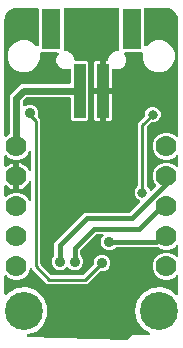
<source format=gbr>
G04 EAGLE Gerber RS-274X export*
G75*
%MOMM*%
%FSLAX34Y34*%
%LPD*%
%INBottom Copper*%
%IPPOS*%
%AMOC8*
5,1,8,0,0,1.08239X$1,22.5*%
G01*
%ADD10C,3.216000*%
%ADD11C,1.778000*%
%ADD12R,1.000000X4.600000*%
%ADD13R,1.600000X3.400000*%
%ADD14C,0.906400*%
%ADD15C,0.800100*%
%ADD16C,0.406400*%
%ADD17C,0.254000*%
%ADD18C,0.609600*%

G36*
X30153Y-125833D02*
X30153Y-125833D01*
X30253Y-125830D01*
X30296Y-125818D01*
X30340Y-125813D01*
X30355Y-125808D01*
X30371Y-125806D01*
X30463Y-125769D01*
X30558Y-125742D01*
X30597Y-125719D01*
X30639Y-125704D01*
X30652Y-125695D01*
X30667Y-125689D01*
X30747Y-125631D01*
X30832Y-125580D01*
X30883Y-125535D01*
X30901Y-125523D01*
X30911Y-125511D01*
X30924Y-125502D01*
X30932Y-125492D01*
X30953Y-125474D01*
X34508Y-121919D01*
X48222Y-121919D01*
X48367Y-121901D01*
X48512Y-121886D01*
X48524Y-121881D01*
X48538Y-121879D01*
X48673Y-121826D01*
X48810Y-121775D01*
X48821Y-121767D01*
X48833Y-121762D01*
X48951Y-121677D01*
X49071Y-121594D01*
X49080Y-121583D01*
X49091Y-121576D01*
X49184Y-121464D01*
X49279Y-121353D01*
X49285Y-121341D01*
X49294Y-121331D01*
X49355Y-121199D01*
X49421Y-121068D01*
X49423Y-121055D01*
X49429Y-121043D01*
X49456Y-120901D01*
X49487Y-120757D01*
X49486Y-120744D01*
X49489Y-120731D01*
X49480Y-120586D01*
X49474Y-120440D01*
X49470Y-120427D01*
X49469Y-120413D01*
X49424Y-120275D01*
X49382Y-120135D01*
X49375Y-120123D01*
X49371Y-120111D01*
X49293Y-119988D01*
X49218Y-119863D01*
X49208Y-119853D01*
X49201Y-119842D01*
X49095Y-119743D01*
X48991Y-119640D01*
X48976Y-119630D01*
X48969Y-119624D01*
X48954Y-119616D01*
X48857Y-119551D01*
X43679Y-116561D01*
X38758Y-109789D01*
X37018Y-101600D01*
X38758Y-93411D01*
X43679Y-86639D01*
X50929Y-82453D01*
X59254Y-81578D01*
X67216Y-84165D01*
X71541Y-88059D01*
X71628Y-88119D01*
X71709Y-88187D01*
X71758Y-88210D01*
X71802Y-88240D01*
X71901Y-88277D01*
X71997Y-88322D01*
X72050Y-88332D01*
X72100Y-88351D01*
X72205Y-88362D01*
X72310Y-88382D01*
X72363Y-88379D01*
X72416Y-88384D01*
X72521Y-88369D01*
X72627Y-88362D01*
X72678Y-88346D01*
X72731Y-88338D01*
X72829Y-88297D01*
X72929Y-88264D01*
X72975Y-88236D01*
X73024Y-88215D01*
X73108Y-88151D01*
X73198Y-88094D01*
X73235Y-88055D01*
X73277Y-88023D01*
X73343Y-87940D01*
X73416Y-87863D01*
X73442Y-87816D01*
X73475Y-87774D01*
X73518Y-87677D01*
X73570Y-87584D01*
X73583Y-87532D01*
X73605Y-87483D01*
X73623Y-87379D01*
X73649Y-87276D01*
X73654Y-87191D01*
X73658Y-87170D01*
X73657Y-87154D01*
X73659Y-87115D01*
X73659Y-72570D01*
X73642Y-72433D01*
X73629Y-72294D01*
X73622Y-72275D01*
X73619Y-72255D01*
X73568Y-72126D01*
X73521Y-71995D01*
X73510Y-71978D01*
X73502Y-71959D01*
X73421Y-71847D01*
X73343Y-71732D01*
X73327Y-71718D01*
X73316Y-71702D01*
X73208Y-71613D01*
X73104Y-71521D01*
X73086Y-71512D01*
X73071Y-71499D01*
X72945Y-71440D01*
X72821Y-71377D01*
X72801Y-71372D01*
X72783Y-71364D01*
X72646Y-71337D01*
X72511Y-71307D01*
X72490Y-71308D01*
X72471Y-71304D01*
X72332Y-71312D01*
X72193Y-71317D01*
X72173Y-71322D01*
X72153Y-71324D01*
X72021Y-71366D01*
X71887Y-71405D01*
X71870Y-71415D01*
X71851Y-71422D01*
X71733Y-71496D01*
X71613Y-71567D01*
X71592Y-71585D01*
X71582Y-71592D01*
X71568Y-71607D01*
X71493Y-71673D01*
X69975Y-73191D01*
X65774Y-74931D01*
X61226Y-74931D01*
X57025Y-73191D01*
X53809Y-69975D01*
X52069Y-65774D01*
X52069Y-61226D01*
X53809Y-57025D01*
X57025Y-53809D01*
X61226Y-52069D01*
X65774Y-52069D01*
X69975Y-53809D01*
X71493Y-55327D01*
X71602Y-55412D01*
X71709Y-55501D01*
X71728Y-55510D01*
X71744Y-55522D01*
X71872Y-55577D01*
X71997Y-55636D01*
X72017Y-55640D01*
X72036Y-55648D01*
X72174Y-55670D01*
X72310Y-55696D01*
X72330Y-55695D01*
X72350Y-55698D01*
X72489Y-55685D01*
X72627Y-55676D01*
X72646Y-55670D01*
X72666Y-55668D01*
X72798Y-55621D01*
X72929Y-55578D01*
X72947Y-55568D01*
X72966Y-55561D01*
X73081Y-55483D01*
X73198Y-55408D01*
X73212Y-55394D01*
X73229Y-55382D01*
X73321Y-55278D01*
X73416Y-55177D01*
X73426Y-55159D01*
X73439Y-55144D01*
X73503Y-55020D01*
X73570Y-54898D01*
X73575Y-54879D01*
X73584Y-54861D01*
X73614Y-54725D01*
X73649Y-54590D01*
X73651Y-54562D01*
X73654Y-54550D01*
X73653Y-54530D01*
X73659Y-54430D01*
X73659Y-47170D01*
X73642Y-47033D01*
X73629Y-46894D01*
X73622Y-46875D01*
X73619Y-46855D01*
X73568Y-46726D01*
X73521Y-46595D01*
X73510Y-46578D01*
X73502Y-46559D01*
X73421Y-46447D01*
X73343Y-46332D01*
X73327Y-46318D01*
X73316Y-46302D01*
X73208Y-46213D01*
X73104Y-46121D01*
X73086Y-46112D01*
X73071Y-46099D01*
X72945Y-46040D01*
X72821Y-45977D01*
X72801Y-45972D01*
X72783Y-45964D01*
X72646Y-45937D01*
X72511Y-45907D01*
X72490Y-45908D01*
X72471Y-45904D01*
X72332Y-45912D01*
X72193Y-45917D01*
X72173Y-45922D01*
X72153Y-45924D01*
X72021Y-45966D01*
X71887Y-46005D01*
X71870Y-46015D01*
X71851Y-46022D01*
X71733Y-46096D01*
X71613Y-46167D01*
X71592Y-46185D01*
X71582Y-46192D01*
X71568Y-46207D01*
X71493Y-46273D01*
X69975Y-47791D01*
X65774Y-49531D01*
X61226Y-49531D01*
X57167Y-47849D01*
X57158Y-47847D01*
X57150Y-47842D01*
X57005Y-47805D01*
X56860Y-47765D01*
X56851Y-47765D01*
X56842Y-47763D01*
X56681Y-47753D01*
X21195Y-47753D01*
X21097Y-47765D01*
X20998Y-47768D01*
X20940Y-47785D01*
X20880Y-47793D01*
X20788Y-47829D01*
X20693Y-47857D01*
X20640Y-47887D01*
X20584Y-47910D01*
X20504Y-47968D01*
X20419Y-48018D01*
X20343Y-48084D01*
X20327Y-48096D01*
X20319Y-48106D01*
X20298Y-48124D01*
X19246Y-49176D01*
X16647Y-50253D01*
X13833Y-50253D01*
X11234Y-49176D01*
X9244Y-47186D01*
X8167Y-44587D01*
X8167Y-41773D01*
X9244Y-39174D01*
X9928Y-38489D01*
X10013Y-38380D01*
X10102Y-38273D01*
X10111Y-38254D01*
X10123Y-38238D01*
X10178Y-38110D01*
X10238Y-37985D01*
X10241Y-37965D01*
X10249Y-37946D01*
X10271Y-37808D01*
X10297Y-37672D01*
X10296Y-37652D01*
X10299Y-37632D01*
X10286Y-37493D01*
X10278Y-37355D01*
X10271Y-37336D01*
X10270Y-37316D01*
X10222Y-37185D01*
X10180Y-37053D01*
X10169Y-37035D01*
X10162Y-37016D01*
X10084Y-36902D01*
X10009Y-36784D01*
X9995Y-36770D01*
X9983Y-36753D01*
X9879Y-36661D01*
X9778Y-36566D01*
X9760Y-36556D01*
X9745Y-36543D01*
X9621Y-36480D01*
X9499Y-36412D01*
X9480Y-36407D01*
X9462Y-36398D01*
X9326Y-36368D01*
X9191Y-36333D01*
X9163Y-36331D01*
X9151Y-36328D01*
X9131Y-36329D01*
X9031Y-36323D01*
X4960Y-36323D01*
X4862Y-36335D01*
X4763Y-36338D01*
X4704Y-36355D01*
X4644Y-36363D01*
X4552Y-36399D01*
X4457Y-36427D01*
X4405Y-36457D01*
X4349Y-36480D01*
X4268Y-36538D01*
X4183Y-36588D01*
X4108Y-36654D01*
X4091Y-36666D01*
X4083Y-36676D01*
X4062Y-36694D01*
X-9026Y-49782D01*
X-9086Y-49861D01*
X-9154Y-49933D01*
X-9183Y-49986D01*
X-9220Y-50034D01*
X-9260Y-50125D01*
X-9308Y-50211D01*
X-9323Y-50270D01*
X-9347Y-50325D01*
X-9362Y-50423D01*
X-9387Y-50519D01*
X-9393Y-50619D01*
X-9397Y-50640D01*
X-9395Y-50652D01*
X-9397Y-50680D01*
X-9397Y-53735D01*
X-9385Y-53833D01*
X-9382Y-53932D01*
X-9365Y-53990D01*
X-9357Y-54050D01*
X-9321Y-54142D01*
X-9293Y-54237D01*
X-9263Y-54290D01*
X-9240Y-54346D01*
X-9182Y-54426D01*
X-9132Y-54511D01*
X-9066Y-54587D01*
X-9054Y-54603D01*
X-9044Y-54611D01*
X-9026Y-54632D01*
X-7974Y-55684D01*
X-6897Y-58283D01*
X-6897Y-61097D01*
X-7974Y-63696D01*
X-9964Y-65686D01*
X-12563Y-66763D01*
X-15377Y-66763D01*
X-17976Y-65686D01*
X-19423Y-64240D01*
X-19517Y-64167D01*
X-19606Y-64088D01*
X-19642Y-64070D01*
X-19674Y-64045D01*
X-19783Y-63998D01*
X-19889Y-63943D01*
X-19928Y-63935D01*
X-19966Y-63919D01*
X-20083Y-63900D01*
X-20199Y-63874D01*
X-20240Y-63875D01*
X-20280Y-63869D01*
X-20398Y-63880D01*
X-20517Y-63883D01*
X-20556Y-63895D01*
X-20596Y-63899D01*
X-20708Y-63939D01*
X-20823Y-63972D01*
X-20858Y-63992D01*
X-20896Y-64006D01*
X-20994Y-64073D01*
X-21097Y-64133D01*
X-21142Y-64173D01*
X-21159Y-64185D01*
X-21172Y-64200D01*
X-21218Y-64240D01*
X-22664Y-65686D01*
X-25263Y-66763D01*
X-28077Y-66763D01*
X-30676Y-65686D01*
X-32666Y-63696D01*
X-33743Y-61097D01*
X-33743Y-58283D01*
X-32666Y-55684D01*
X-31614Y-54632D01*
X-31554Y-54554D01*
X-31486Y-54482D01*
X-31457Y-54429D01*
X-31420Y-54381D01*
X-31380Y-54290D01*
X-31332Y-54203D01*
X-31317Y-54145D01*
X-31293Y-54089D01*
X-31278Y-53991D01*
X-31253Y-53895D01*
X-31247Y-53795D01*
X-31243Y-53775D01*
X-31245Y-53763D01*
X-31243Y-53735D01*
X-31243Y-43826D01*
X-5704Y-18287D01*
X31870Y-18287D01*
X31968Y-18275D01*
X32067Y-18272D01*
X32126Y-18255D01*
X32186Y-18247D01*
X32278Y-18211D01*
X32373Y-18183D01*
X32425Y-18153D01*
X32481Y-18130D01*
X32561Y-18072D01*
X32647Y-18022D01*
X32722Y-17956D01*
X32739Y-17944D01*
X32747Y-17934D01*
X32768Y-17916D01*
X41238Y-9445D01*
X41268Y-9406D01*
X41305Y-9373D01*
X41365Y-9281D01*
X41433Y-9194D01*
X41453Y-9148D01*
X41480Y-9107D01*
X41515Y-9003D01*
X41559Y-8902D01*
X41567Y-8853D01*
X41583Y-8806D01*
X41592Y-8697D01*
X41609Y-8588D01*
X41604Y-8538D01*
X41608Y-8489D01*
X41590Y-8381D01*
X41579Y-8271D01*
X41562Y-8225D01*
X41554Y-8176D01*
X41509Y-8075D01*
X41472Y-7972D01*
X41444Y-7931D01*
X41423Y-7886D01*
X41355Y-7800D01*
X41293Y-7709D01*
X41256Y-7676D01*
X41225Y-7637D01*
X41137Y-7571D01*
X41055Y-7499D01*
X41010Y-7476D01*
X40971Y-7446D01*
X40826Y-7375D01*
X39475Y-6815D01*
X37635Y-4975D01*
X36639Y-2571D01*
X36639Y31D01*
X37635Y2435D01*
X38998Y3798D01*
X39058Y3877D01*
X39126Y3949D01*
X39155Y4002D01*
X39192Y4050D01*
X39232Y4140D01*
X39280Y4227D01*
X39295Y4286D01*
X39319Y4341D01*
X39334Y4439D01*
X39359Y4535D01*
X39365Y4635D01*
X39369Y4655D01*
X39367Y4668D01*
X39369Y4696D01*
X39369Y57458D01*
X45157Y63246D01*
X45218Y63324D01*
X45286Y63397D01*
X45315Y63450D01*
X45352Y63497D01*
X45391Y63588D01*
X45439Y63675D01*
X45454Y63734D01*
X45478Y63789D01*
X45494Y63887D01*
X45519Y63983D01*
X45525Y64083D01*
X45528Y64103D01*
X45527Y64116D01*
X45529Y64144D01*
X45529Y66071D01*
X46525Y68475D01*
X48365Y70315D01*
X50769Y71311D01*
X53371Y71311D01*
X55775Y70315D01*
X57615Y68475D01*
X58611Y66071D01*
X58611Y63469D01*
X57615Y61065D01*
X55775Y59225D01*
X53371Y58229D01*
X51444Y58229D01*
X51346Y58216D01*
X51246Y58213D01*
X51188Y58197D01*
X51128Y58189D01*
X51036Y58152D01*
X50941Y58125D01*
X50889Y58094D01*
X50832Y58072D01*
X50752Y58014D01*
X50667Y57963D01*
X50592Y57897D01*
X50575Y57885D01*
X50567Y57876D01*
X50546Y57857D01*
X47362Y54673D01*
X47302Y54595D01*
X47234Y54523D01*
X47205Y54470D01*
X47168Y54422D01*
X47128Y54331D01*
X47080Y54244D01*
X47065Y54186D01*
X47041Y54130D01*
X47026Y54032D01*
X47001Y53936D01*
X46995Y53836D01*
X46991Y53816D01*
X46993Y53804D01*
X46991Y53776D01*
X46991Y4696D01*
X47003Y4598D01*
X47006Y4499D01*
X47023Y4440D01*
X47031Y4380D01*
X47067Y4288D01*
X47095Y4193D01*
X47125Y4141D01*
X47148Y4085D01*
X47206Y4004D01*
X47256Y3919D01*
X47322Y3844D01*
X47334Y3827D01*
X47344Y3819D01*
X47362Y3798D01*
X48725Y2435D01*
X49285Y1084D01*
X49310Y1041D01*
X49327Y994D01*
X49388Y903D01*
X49443Y808D01*
X49477Y772D01*
X49505Y731D01*
X49588Y658D01*
X49664Y579D01*
X49706Y553D01*
X49744Y520D01*
X49841Y470D01*
X49935Y413D01*
X49983Y398D01*
X50027Y376D01*
X50134Y352D01*
X50239Y319D01*
X50289Y317D01*
X50337Y306D01*
X50447Y309D01*
X50557Y304D01*
X50605Y314D01*
X50655Y316D01*
X50760Y346D01*
X50868Y368D01*
X50913Y390D01*
X50961Y404D01*
X51055Y460D01*
X51154Y508D01*
X51192Y540D01*
X51234Y566D01*
X51355Y672D01*
X54461Y3778D01*
X54534Y3872D01*
X54613Y3961D01*
X54631Y3997D01*
X54656Y4029D01*
X54704Y4139D01*
X54758Y4245D01*
X54767Y4284D01*
X54783Y4321D01*
X54801Y4439D01*
X54827Y4555D01*
X54826Y4595D01*
X54832Y4635D01*
X54821Y4754D01*
X54818Y4873D01*
X54806Y4912D01*
X54803Y4952D01*
X54762Y5064D01*
X54729Y5178D01*
X54709Y5213D01*
X54695Y5251D01*
X54628Y5350D01*
X54568Y5452D01*
X54528Y5498D01*
X54516Y5514D01*
X54501Y5528D01*
X54461Y5573D01*
X53809Y6225D01*
X52069Y10426D01*
X52069Y14974D01*
X53809Y19175D01*
X57025Y22391D01*
X61226Y24131D01*
X65774Y24131D01*
X69975Y22391D01*
X71493Y20873D01*
X71602Y20788D01*
X71709Y20699D01*
X71728Y20690D01*
X71744Y20678D01*
X71872Y20623D01*
X71997Y20564D01*
X72017Y20560D01*
X72036Y20552D01*
X72174Y20530D01*
X72310Y20504D01*
X72330Y20505D01*
X72350Y20502D01*
X72489Y20515D01*
X72627Y20524D01*
X72646Y20530D01*
X72666Y20532D01*
X72798Y20579D01*
X72929Y20622D01*
X72947Y20632D01*
X72966Y20639D01*
X73081Y20717D01*
X73198Y20792D01*
X73212Y20806D01*
X73229Y20818D01*
X73321Y20922D01*
X73416Y21023D01*
X73426Y21041D01*
X73439Y21056D01*
X73503Y21180D01*
X73570Y21302D01*
X73575Y21321D01*
X73584Y21339D01*
X73614Y21475D01*
X73649Y21610D01*
X73651Y21638D01*
X73654Y21650D01*
X73653Y21670D01*
X73659Y21770D01*
X73659Y29030D01*
X73642Y29167D01*
X73641Y29180D01*
X73637Y29240D01*
X73634Y29248D01*
X73629Y29306D01*
X73622Y29325D01*
X73619Y29345D01*
X73568Y29474D01*
X73521Y29605D01*
X73510Y29622D01*
X73502Y29641D01*
X73421Y29753D01*
X73343Y29868D01*
X73327Y29882D01*
X73316Y29898D01*
X73208Y29987D01*
X73104Y30079D01*
X73086Y30088D01*
X73071Y30101D01*
X72945Y30160D01*
X72821Y30223D01*
X72801Y30228D01*
X72783Y30236D01*
X72646Y30263D01*
X72511Y30293D01*
X72490Y30292D01*
X72471Y30296D01*
X72332Y30288D01*
X72193Y30283D01*
X72173Y30278D01*
X72153Y30276D01*
X72021Y30234D01*
X71887Y30195D01*
X71870Y30185D01*
X71851Y30178D01*
X71733Y30104D01*
X71613Y30033D01*
X71592Y30015D01*
X71582Y30008D01*
X71568Y29993D01*
X71493Y29927D01*
X69975Y28409D01*
X65774Y26669D01*
X61226Y26669D01*
X57025Y28409D01*
X53809Y31625D01*
X52069Y35826D01*
X52069Y40374D01*
X53809Y44575D01*
X57025Y47791D01*
X61226Y49531D01*
X65774Y49531D01*
X69975Y47791D01*
X71493Y46273D01*
X71602Y46188D01*
X71709Y46099D01*
X71728Y46090D01*
X71744Y46078D01*
X71872Y46023D01*
X71997Y45964D01*
X72017Y45960D01*
X72036Y45952D01*
X72174Y45930D01*
X72310Y45904D01*
X72330Y45905D01*
X72350Y45902D01*
X72489Y45915D01*
X72627Y45924D01*
X72646Y45930D01*
X72666Y45932D01*
X72798Y45979D01*
X72929Y46022D01*
X72947Y46032D01*
X72966Y46039D01*
X73081Y46117D01*
X73198Y46192D01*
X73212Y46206D01*
X73229Y46218D01*
X73321Y46322D01*
X73416Y46423D01*
X73426Y46441D01*
X73439Y46456D01*
X73503Y46580D01*
X73570Y46702D01*
X73575Y46721D01*
X73584Y46739D01*
X73614Y46875D01*
X73649Y47010D01*
X73651Y47038D01*
X73654Y47050D01*
X73653Y47070D01*
X73659Y47170D01*
X73659Y144780D01*
X73657Y144800D01*
X73653Y144904D01*
X73482Y146639D01*
X73459Y146742D01*
X73444Y146848D01*
X73417Y146928D01*
X73412Y146949D01*
X73405Y146963D01*
X73392Y147000D01*
X72064Y150205D01*
X72060Y150213D01*
X72057Y150222D01*
X71981Y150352D01*
X71907Y150481D01*
X71900Y150488D01*
X71896Y150496D01*
X71789Y150617D01*
X69337Y153069D01*
X69329Y153075D01*
X69323Y153082D01*
X69204Y153172D01*
X69085Y153264D01*
X69077Y153268D01*
X69069Y153273D01*
X68925Y153344D01*
X65720Y154672D01*
X65618Y154700D01*
X65518Y154736D01*
X65434Y154750D01*
X65413Y154756D01*
X65397Y154756D01*
X65359Y154762D01*
X63624Y154933D01*
X63605Y154933D01*
X63500Y154939D01*
X45810Y154939D01*
X45692Y154924D01*
X45573Y154917D01*
X45535Y154904D01*
X45494Y154899D01*
X45384Y154856D01*
X45271Y154819D01*
X45236Y154797D01*
X45199Y154782D01*
X45103Y154713D01*
X45002Y154649D01*
X44974Y154619D01*
X44941Y154596D01*
X44865Y154504D01*
X44784Y154417D01*
X44764Y154382D01*
X44739Y154351D01*
X44688Y154243D01*
X44630Y154139D01*
X44620Y154099D01*
X44603Y154063D01*
X44581Y153946D01*
X44551Y153831D01*
X44547Y153771D01*
X44543Y153751D01*
X44545Y153730D01*
X44541Y153670D01*
X44541Y123904D01*
X44558Y123767D01*
X44571Y123628D01*
X44578Y123609D01*
X44581Y123589D01*
X44632Y123460D01*
X44679Y123329D01*
X44690Y123312D01*
X44698Y123293D01*
X44779Y123181D01*
X44857Y123066D01*
X44873Y123052D01*
X44884Y123036D01*
X44992Y122947D01*
X45096Y122855D01*
X45114Y122846D01*
X45129Y122833D01*
X45255Y122774D01*
X45379Y122711D01*
X45399Y122706D01*
X45417Y122698D01*
X45553Y122671D01*
X45689Y122641D01*
X45710Y122642D01*
X45729Y122638D01*
X45868Y122646D01*
X46007Y122651D01*
X46027Y122656D01*
X46047Y122658D01*
X46179Y122700D01*
X46313Y122739D01*
X46330Y122749D01*
X46349Y122756D01*
X46467Y122830D01*
X46587Y122901D01*
X46608Y122919D01*
X46618Y122926D01*
X46632Y122941D01*
X46707Y123007D01*
X49480Y125779D01*
X54457Y127841D01*
X59843Y127841D01*
X64820Y125779D01*
X68629Y121970D01*
X70691Y116993D01*
X70691Y111607D01*
X68629Y106630D01*
X64820Y102821D01*
X59843Y100759D01*
X54457Y100759D01*
X49480Y102821D01*
X45671Y106630D01*
X43609Y111607D01*
X43609Y116110D01*
X43594Y116228D01*
X43587Y116347D01*
X43574Y116385D01*
X43569Y116426D01*
X43526Y116536D01*
X43489Y116649D01*
X43467Y116684D01*
X43452Y116721D01*
X43383Y116817D01*
X43319Y116918D01*
X43289Y116946D01*
X43266Y116979D01*
X43174Y117055D01*
X43087Y117136D01*
X43052Y117156D01*
X43021Y117181D01*
X42913Y117232D01*
X42809Y117290D01*
X42769Y117300D01*
X42733Y117317D01*
X42616Y117339D01*
X42501Y117369D01*
X42441Y117373D01*
X42421Y117377D01*
X42400Y117375D01*
X42340Y117379D01*
X28999Y117379D01*
X28861Y117362D01*
X28723Y117349D01*
X28704Y117342D01*
X28684Y117339D01*
X28554Y117288D01*
X28423Y117241D01*
X28407Y117230D01*
X28388Y117222D01*
X28276Y117141D01*
X28160Y117063D01*
X28147Y117047D01*
X28131Y117036D01*
X28042Y116929D01*
X27950Y116824D01*
X27941Y116806D01*
X27928Y116791D01*
X27869Y116665D01*
X27805Y116541D01*
X27801Y116521D01*
X27792Y116503D01*
X27766Y116367D01*
X27736Y116231D01*
X27736Y116210D01*
X27732Y116191D01*
X27741Y116052D01*
X27745Y115913D01*
X27751Y115893D01*
X27752Y115873D01*
X27795Y115741D01*
X27834Y115607D01*
X27844Y115590D01*
X27850Y115571D01*
X27925Y115453D01*
X27995Y115333D01*
X28014Y115312D01*
X28020Y115302D01*
X28035Y115288D01*
X28102Y115212D01*
X28393Y114921D01*
X29541Y112150D01*
X29541Y109150D01*
X28393Y106379D01*
X26271Y104257D01*
X23500Y103109D01*
X20500Y103109D01*
X19296Y103608D01*
X19248Y103621D01*
X19203Y103642D01*
X19095Y103663D01*
X18989Y103692D01*
X18939Y103693D01*
X18890Y103702D01*
X18781Y103695D01*
X18671Y103697D01*
X18623Y103686D01*
X18573Y103682D01*
X18469Y103649D01*
X18362Y103623D01*
X18318Y103600D01*
X18271Y103584D01*
X18178Y103526D01*
X18081Y103474D01*
X18044Y103441D01*
X18002Y103414D01*
X17927Y103334D01*
X17845Y103260D01*
X17818Y103219D01*
X17784Y103183D01*
X17731Y103086D01*
X17671Y102995D01*
X17654Y102948D01*
X17630Y102904D01*
X17603Y102798D01*
X17567Y102694D01*
X17563Y102644D01*
X17551Y102596D01*
X17541Y102436D01*
X17541Y87419D01*
X12499Y87419D01*
X12499Y110461D01*
X13190Y110461D01*
X13308Y110476D01*
X13427Y110483D01*
X13465Y110496D01*
X13506Y110501D01*
X13616Y110544D01*
X13729Y110581D01*
X13764Y110603D01*
X13801Y110618D01*
X13897Y110687D01*
X13998Y110751D01*
X14026Y110781D01*
X14059Y110804D01*
X14135Y110896D01*
X14216Y110983D01*
X14236Y111018D01*
X14261Y111049D01*
X14312Y111157D01*
X14370Y111261D01*
X14380Y111301D01*
X14397Y111337D01*
X14419Y111454D01*
X14449Y111569D01*
X14453Y111629D01*
X14457Y111649D01*
X14455Y111670D01*
X14459Y111730D01*
X14459Y112150D01*
X15607Y114921D01*
X17729Y117043D01*
X20500Y118191D01*
X22190Y118191D01*
X22308Y118206D01*
X22427Y118213D01*
X22465Y118226D01*
X22506Y118231D01*
X22616Y118274D01*
X22729Y118311D01*
X22764Y118333D01*
X22801Y118348D01*
X22897Y118417D01*
X22998Y118481D01*
X23026Y118511D01*
X23059Y118534D01*
X23135Y118626D01*
X23216Y118713D01*
X23236Y118748D01*
X23261Y118779D01*
X23312Y118887D01*
X23370Y118991D01*
X23380Y119031D01*
X23397Y119067D01*
X23419Y119184D01*
X23449Y119299D01*
X23453Y119359D01*
X23457Y119379D01*
X23455Y119400D01*
X23459Y119460D01*
X23459Y153670D01*
X23444Y153788D01*
X23437Y153907D01*
X23424Y153945D01*
X23419Y153986D01*
X23376Y154096D01*
X23339Y154209D01*
X23317Y154244D01*
X23302Y154281D01*
X23233Y154377D01*
X23169Y154478D01*
X23139Y154506D01*
X23116Y154539D01*
X23024Y154615D01*
X22937Y154696D01*
X22902Y154716D01*
X22871Y154741D01*
X22763Y154792D01*
X22659Y154850D01*
X22619Y154860D01*
X22583Y154877D01*
X22466Y154899D01*
X22351Y154929D01*
X22291Y154933D01*
X22271Y154937D01*
X22250Y154935D01*
X22190Y154939D01*
X-22190Y154939D01*
X-22308Y154924D01*
X-22427Y154917D01*
X-22465Y154904D01*
X-22506Y154899D01*
X-22616Y154856D01*
X-22729Y154819D01*
X-22764Y154797D01*
X-22801Y154782D01*
X-22897Y154713D01*
X-22998Y154649D01*
X-23026Y154619D01*
X-23059Y154596D01*
X-23135Y154504D01*
X-23216Y154417D01*
X-23236Y154382D01*
X-23261Y154351D01*
X-23312Y154243D01*
X-23370Y154139D01*
X-23380Y154099D01*
X-23397Y154063D01*
X-23419Y153946D01*
X-23449Y153831D01*
X-23453Y153771D01*
X-23457Y153751D01*
X-23455Y153730D01*
X-23459Y153670D01*
X-23459Y119460D01*
X-23444Y119342D01*
X-23437Y119223D01*
X-23424Y119185D01*
X-23419Y119144D01*
X-23376Y119034D01*
X-23339Y118921D01*
X-23317Y118886D01*
X-23302Y118849D01*
X-23233Y118753D01*
X-23169Y118652D01*
X-23139Y118624D01*
X-23116Y118591D01*
X-23024Y118515D01*
X-22937Y118434D01*
X-22902Y118414D01*
X-22871Y118389D01*
X-22763Y118338D01*
X-22659Y118280D01*
X-22619Y118270D01*
X-22583Y118253D01*
X-22466Y118231D01*
X-22351Y118201D01*
X-22291Y118197D01*
X-22271Y118193D01*
X-22250Y118195D01*
X-22190Y118191D01*
X-20500Y118191D01*
X-17729Y117043D01*
X-15607Y114921D01*
X-14459Y112150D01*
X-14459Y111730D01*
X-14444Y111612D01*
X-14437Y111493D01*
X-14424Y111455D01*
X-14419Y111414D01*
X-14376Y111304D01*
X-14339Y111191D01*
X-14317Y111156D01*
X-14302Y111119D01*
X-14232Y111022D01*
X-14169Y110922D01*
X-14139Y110894D01*
X-14116Y110861D01*
X-14024Y110785D01*
X-13937Y110704D01*
X-13902Y110684D01*
X-13871Y110659D01*
X-13763Y110608D01*
X-13659Y110550D01*
X-13619Y110540D01*
X-13583Y110523D01*
X-13466Y110501D01*
X-13351Y110471D01*
X-13291Y110467D01*
X-13271Y110463D01*
X-13250Y110465D01*
X-13190Y110461D01*
X-3948Y110461D01*
X-2459Y108972D01*
X-2459Y60868D01*
X-3948Y59379D01*
X-16052Y59379D01*
X-17541Y60868D01*
X-17541Y78062D01*
X-17556Y78180D01*
X-17563Y78299D01*
X-17576Y78337D01*
X-17581Y78378D01*
X-17624Y78488D01*
X-17661Y78601D01*
X-17683Y78636D01*
X-17698Y78673D01*
X-17767Y78769D01*
X-17831Y78870D01*
X-17861Y78898D01*
X-17884Y78931D01*
X-17976Y79007D01*
X-18063Y79088D01*
X-18098Y79108D01*
X-18129Y79133D01*
X-18237Y79184D01*
X-18341Y79242D01*
X-18381Y79252D01*
X-18417Y79269D01*
X-18534Y79291D01*
X-18649Y79321D01*
X-18709Y79325D01*
X-18729Y79329D01*
X-18750Y79327D01*
X-18810Y79331D01*
X-54479Y79331D01*
X-54578Y79319D01*
X-54677Y79316D01*
X-54735Y79299D01*
X-54795Y79291D01*
X-54887Y79255D01*
X-54982Y79227D01*
X-55034Y79197D01*
X-55091Y79174D01*
X-55171Y79116D01*
X-55256Y79066D01*
X-55331Y79000D01*
X-55348Y78988D01*
X-55356Y78978D01*
X-55377Y78960D01*
X-57540Y76797D01*
X-57600Y76719D01*
X-57668Y76646D01*
X-57697Y76593D01*
X-57734Y76546D01*
X-57774Y76455D01*
X-57822Y76368D01*
X-57837Y76309D01*
X-57861Y76254D01*
X-57876Y76156D01*
X-57901Y76060D01*
X-57907Y75960D01*
X-57911Y75940D01*
X-57909Y75927D01*
X-57911Y75899D01*
X-57911Y73175D01*
X-57905Y73126D01*
X-57907Y73077D01*
X-57885Y72969D01*
X-57871Y72860D01*
X-57853Y72814D01*
X-57843Y72765D01*
X-57795Y72667D01*
X-57754Y72564D01*
X-57725Y72524D01*
X-57703Y72479D01*
X-57632Y72396D01*
X-57568Y72307D01*
X-57529Y72275D01*
X-57497Y72237D01*
X-57407Y72174D01*
X-57323Y72104D01*
X-57278Y72083D01*
X-57237Y72054D01*
X-57134Y72015D01*
X-57035Y71969D01*
X-56986Y71959D01*
X-56940Y71942D01*
X-56830Y71929D01*
X-56723Y71909D01*
X-56673Y71912D01*
X-56624Y71906D01*
X-56515Y71922D01*
X-56405Y71929D01*
X-56358Y71944D01*
X-56309Y71951D01*
X-56156Y72003D01*
X-53477Y73113D01*
X-50663Y73113D01*
X-48064Y72036D01*
X-46074Y70046D01*
X-44997Y67447D01*
X-44997Y64633D01*
X-45126Y64323D01*
X-45134Y64294D01*
X-45147Y64268D01*
X-45175Y64142D01*
X-45210Y64016D01*
X-45210Y63987D01*
X-45217Y63958D01*
X-45213Y63828D01*
X-45215Y63698D01*
X-45208Y63670D01*
X-45207Y63640D01*
X-45171Y63515D01*
X-45141Y63389D01*
X-45127Y63363D01*
X-45119Y63335D01*
X-45053Y63223D01*
X-44992Y63108D01*
X-44972Y63086D01*
X-44957Y63061D01*
X-44851Y62940D01*
X-43179Y61268D01*
X-43179Y-61396D01*
X-43167Y-61494D01*
X-43164Y-61593D01*
X-43147Y-61651D01*
X-43139Y-61711D01*
X-43103Y-61803D01*
X-43075Y-61899D01*
X-43045Y-61951D01*
X-43022Y-62007D01*
X-42964Y-62087D01*
X-42914Y-62172D01*
X-42848Y-62248D01*
X-42836Y-62264D01*
X-42826Y-62272D01*
X-42808Y-62293D01*
X-34353Y-70748D01*
X-34275Y-70808D01*
X-34203Y-70876D01*
X-34150Y-70905D01*
X-34102Y-70942D01*
X-34011Y-70982D01*
X-33924Y-71030D01*
X-33866Y-71045D01*
X-33810Y-71069D01*
X-33712Y-71084D01*
X-33617Y-71109D01*
X-33516Y-71115D01*
X-33496Y-71119D01*
X-33484Y-71117D01*
X-33456Y-71119D01*
X-7184Y-71119D01*
X-7086Y-71107D01*
X-6987Y-71104D01*
X-6929Y-71087D01*
X-6869Y-71079D01*
X-6777Y-71043D01*
X-6681Y-71015D01*
X-6629Y-70985D01*
X-6573Y-70962D01*
X-6493Y-70904D01*
X-6408Y-70854D01*
X-6332Y-70788D01*
X-6316Y-70776D01*
X-6308Y-70766D01*
X-6287Y-70748D01*
X1446Y-63015D01*
X1506Y-62937D01*
X1574Y-62865D01*
X1603Y-62812D01*
X1640Y-62764D01*
X1680Y-62673D01*
X1728Y-62586D01*
X1743Y-62528D01*
X1767Y-62472D01*
X1782Y-62374D01*
X1807Y-62278D01*
X1813Y-62178D01*
X1817Y-62158D01*
X1815Y-62146D01*
X1817Y-62118D01*
X1817Y-59553D01*
X2894Y-56954D01*
X4884Y-54964D01*
X7483Y-53887D01*
X10297Y-53887D01*
X12896Y-54964D01*
X14886Y-56954D01*
X15963Y-59553D01*
X15963Y-62367D01*
X14886Y-64966D01*
X12896Y-66956D01*
X10297Y-68033D01*
X7732Y-68033D01*
X7634Y-68045D01*
X7535Y-68048D01*
X7477Y-68065D01*
X7417Y-68073D01*
X7325Y-68109D01*
X7229Y-68137D01*
X7177Y-68167D01*
X7121Y-68190D01*
X7041Y-68248D01*
X6956Y-68298D01*
X6880Y-68364D01*
X6864Y-68376D01*
X6856Y-68386D01*
X6835Y-68404D01*
X-898Y-76137D01*
X-3502Y-78741D01*
X-37138Y-78741D01*
X-39742Y-76137D01*
X-48197Y-67682D01*
X-50151Y-65728D01*
X-50190Y-65698D01*
X-50224Y-65661D01*
X-50315Y-65601D01*
X-50402Y-65533D01*
X-50448Y-65514D01*
X-50489Y-65486D01*
X-50593Y-65451D01*
X-50694Y-65407D01*
X-50743Y-65399D01*
X-50790Y-65383D01*
X-50900Y-65374D01*
X-51008Y-65357D01*
X-51058Y-65362D01*
X-51107Y-65358D01*
X-51215Y-65377D01*
X-51325Y-65387D01*
X-51372Y-65404D01*
X-51420Y-65412D01*
X-51521Y-65457D01*
X-51624Y-65495D01*
X-51665Y-65522D01*
X-51710Y-65543D01*
X-51796Y-65611D01*
X-51887Y-65673D01*
X-51920Y-65710D01*
X-51959Y-65741D01*
X-52025Y-65829D01*
X-52098Y-65912D01*
X-52120Y-65956D01*
X-52150Y-65996D01*
X-52221Y-66140D01*
X-53809Y-69975D01*
X-57025Y-73191D01*
X-61226Y-74931D01*
X-65774Y-74931D01*
X-69975Y-73191D01*
X-71493Y-71673D01*
X-71602Y-71588D01*
X-71709Y-71499D01*
X-71728Y-71490D01*
X-71744Y-71478D01*
X-71872Y-71423D01*
X-71997Y-71364D01*
X-72017Y-71360D01*
X-72036Y-71352D01*
X-72174Y-71330D01*
X-72310Y-71304D01*
X-72330Y-71305D01*
X-72350Y-71302D01*
X-72489Y-71315D01*
X-72627Y-71324D01*
X-72646Y-71330D01*
X-72666Y-71332D01*
X-72798Y-71379D01*
X-72929Y-71422D01*
X-72947Y-71432D01*
X-72966Y-71439D01*
X-73081Y-71517D01*
X-73198Y-71592D01*
X-73212Y-71606D01*
X-73229Y-71618D01*
X-73321Y-71722D01*
X-73416Y-71823D01*
X-73426Y-71841D01*
X-73439Y-71856D01*
X-73503Y-71980D01*
X-73570Y-72102D01*
X-73575Y-72121D01*
X-73584Y-72139D01*
X-73614Y-72275D01*
X-73649Y-72410D01*
X-73651Y-72438D01*
X-73654Y-72450D01*
X-73653Y-72470D01*
X-73659Y-72570D01*
X-73659Y-86914D01*
X-73649Y-86993D01*
X-73649Y-87073D01*
X-73629Y-87150D01*
X-73619Y-87230D01*
X-73590Y-87304D01*
X-73570Y-87381D01*
X-73532Y-87451D01*
X-73502Y-87525D01*
X-73456Y-87590D01*
X-73417Y-87660D01*
X-73363Y-87718D01*
X-73316Y-87783D01*
X-73254Y-87833D01*
X-73200Y-87891D01*
X-73132Y-87934D01*
X-73071Y-87985D01*
X-72999Y-88019D01*
X-72931Y-88062D01*
X-72855Y-88087D01*
X-72783Y-88121D01*
X-72705Y-88136D01*
X-72629Y-88161D01*
X-72549Y-88166D01*
X-72471Y-88181D01*
X-72391Y-88176D01*
X-72312Y-88181D01*
X-72233Y-88166D01*
X-72153Y-88161D01*
X-72077Y-88136D01*
X-71999Y-88122D01*
X-71927Y-88088D01*
X-71851Y-88063D01*
X-71783Y-88020D01*
X-71711Y-87986D01*
X-71649Y-87936D01*
X-71582Y-87893D01*
X-71527Y-87835D01*
X-71466Y-87784D01*
X-71365Y-87662D01*
X-71364Y-87661D01*
X-71363Y-87660D01*
X-70621Y-86639D01*
X-63371Y-82453D01*
X-55046Y-81578D01*
X-47084Y-84165D01*
X-40863Y-89766D01*
X-37458Y-97414D01*
X-37458Y-105786D01*
X-40863Y-113434D01*
X-47084Y-119035D01*
X-53987Y-121278D01*
X-54080Y-121322D01*
X-54178Y-121358D01*
X-54224Y-121390D01*
X-54274Y-121413D01*
X-54354Y-121479D01*
X-54440Y-121538D01*
X-54476Y-121580D01*
X-54520Y-121616D01*
X-54580Y-121700D01*
X-54648Y-121778D01*
X-54674Y-121828D01*
X-54707Y-121873D01*
X-54745Y-121970D01*
X-54791Y-122062D01*
X-54803Y-122117D01*
X-54824Y-122169D01*
X-54837Y-122272D01*
X-54859Y-122373D01*
X-54857Y-122429D01*
X-54864Y-122484D01*
X-54851Y-122587D01*
X-54847Y-122691D01*
X-54831Y-122745D01*
X-54824Y-122800D01*
X-54786Y-122896D01*
X-54756Y-122996D01*
X-54728Y-123044D01*
X-54707Y-123096D01*
X-54646Y-123180D01*
X-54593Y-123269D01*
X-54553Y-123308D01*
X-54520Y-123353D01*
X-54441Y-123419D01*
X-54367Y-123492D01*
X-54319Y-123520D01*
X-54276Y-123556D01*
X-54182Y-123600D01*
X-54092Y-123653D01*
X-54039Y-123668D01*
X-53988Y-123692D01*
X-53886Y-123711D01*
X-53787Y-123740D01*
X-53697Y-123748D01*
X-53676Y-123752D01*
X-53661Y-123751D01*
X-53626Y-123754D01*
X30024Y-125845D01*
X30033Y-125844D01*
X30054Y-125846D01*
X30056Y-125846D01*
X30153Y-125833D01*
G37*
G36*
X-72332Y45912D02*
X-72332Y45912D01*
X-72193Y45917D01*
X-72173Y45922D01*
X-72153Y45924D01*
X-72021Y45966D01*
X-71887Y46005D01*
X-71870Y46015D01*
X-71851Y46022D01*
X-71733Y46096D01*
X-71613Y46167D01*
X-71592Y46185D01*
X-71582Y46192D01*
X-71568Y46207D01*
X-71493Y46273D01*
X-69975Y47790D01*
X-69872Y47833D01*
X-69847Y47848D01*
X-69819Y47857D01*
X-69709Y47926D01*
X-69596Y47991D01*
X-69575Y48011D01*
X-69550Y48027D01*
X-69461Y48122D01*
X-69368Y48212D01*
X-69352Y48237D01*
X-69332Y48259D01*
X-69269Y48372D01*
X-69201Y48483D01*
X-69193Y48511D01*
X-69178Y48537D01*
X-69146Y48663D01*
X-69108Y48787D01*
X-69106Y48816D01*
X-69099Y48845D01*
X-69089Y49006D01*
X-69089Y79852D01*
X-68238Y81906D01*
X-60486Y89658D01*
X-58432Y90509D01*
X-18810Y90509D01*
X-18692Y90524D01*
X-18573Y90531D01*
X-18535Y90544D01*
X-18494Y90549D01*
X-18384Y90592D01*
X-18271Y90629D01*
X-18236Y90651D01*
X-18199Y90666D01*
X-18103Y90735D01*
X-18002Y90799D01*
X-17974Y90829D01*
X-17941Y90852D01*
X-17865Y90944D01*
X-17784Y91031D01*
X-17764Y91066D01*
X-17739Y91097D01*
X-17688Y91205D01*
X-17630Y91309D01*
X-17620Y91349D01*
X-17603Y91385D01*
X-17581Y91502D01*
X-17551Y91617D01*
X-17547Y91677D01*
X-17543Y91697D01*
X-17545Y91718D01*
X-17541Y91778D01*
X-17541Y102436D01*
X-17547Y102485D01*
X-17545Y102534D01*
X-17567Y102642D01*
X-17581Y102751D01*
X-17599Y102797D01*
X-17609Y102846D01*
X-17657Y102945D01*
X-17698Y103047D01*
X-17727Y103087D01*
X-17749Y103132D01*
X-17820Y103215D01*
X-17884Y103304D01*
X-17923Y103336D01*
X-17955Y103374D01*
X-18045Y103437D01*
X-18129Y103507D01*
X-18174Y103528D01*
X-18215Y103557D01*
X-18318Y103596D01*
X-18417Y103642D01*
X-18466Y103652D01*
X-18512Y103669D01*
X-18622Y103682D01*
X-18729Y103702D01*
X-18779Y103699D01*
X-18828Y103705D01*
X-18937Y103689D01*
X-19047Y103682D01*
X-19094Y103667D01*
X-19143Y103660D01*
X-19296Y103608D01*
X-20500Y103109D01*
X-23500Y103109D01*
X-26271Y104257D01*
X-28393Y106379D01*
X-29541Y109150D01*
X-29541Y112150D01*
X-28393Y114921D01*
X-28102Y115212D01*
X-28017Y115322D01*
X-27928Y115429D01*
X-27919Y115448D01*
X-27907Y115464D01*
X-27851Y115592D01*
X-27792Y115717D01*
X-27788Y115737D01*
X-27780Y115756D01*
X-27758Y115894D01*
X-27732Y116030D01*
X-27734Y116050D01*
X-27731Y116070D01*
X-27744Y116209D01*
X-27752Y116347D01*
X-27758Y116366D01*
X-27760Y116386D01*
X-27807Y116517D01*
X-27850Y116649D01*
X-27861Y116667D01*
X-27868Y116686D01*
X-27946Y116800D01*
X-28020Y116918D01*
X-28035Y116932D01*
X-28047Y116949D01*
X-28150Y117041D01*
X-28252Y117136D01*
X-28270Y117146D01*
X-28285Y117159D01*
X-28409Y117223D01*
X-28531Y117290D01*
X-28550Y117295D01*
X-28568Y117304D01*
X-28704Y117334D01*
X-28838Y117369D01*
X-28866Y117371D01*
X-28878Y117374D01*
X-28899Y117373D01*
X-28999Y117379D01*
X-42340Y117379D01*
X-42458Y117364D01*
X-42577Y117357D01*
X-42615Y117344D01*
X-42656Y117339D01*
X-42766Y117296D01*
X-42879Y117259D01*
X-42914Y117237D01*
X-42951Y117222D01*
X-43047Y117153D01*
X-43148Y117089D01*
X-43176Y117059D01*
X-43209Y117036D01*
X-43285Y116944D01*
X-43366Y116857D01*
X-43386Y116822D01*
X-43411Y116791D01*
X-43462Y116683D01*
X-43520Y116579D01*
X-43530Y116539D01*
X-43547Y116503D01*
X-43569Y116386D01*
X-43599Y116271D01*
X-43603Y116211D01*
X-43607Y116191D01*
X-43605Y116170D01*
X-43609Y116110D01*
X-43609Y111607D01*
X-45671Y106630D01*
X-49480Y102821D01*
X-54457Y100759D01*
X-59843Y100759D01*
X-64820Y102821D01*
X-68629Y106630D01*
X-70691Y111607D01*
X-70691Y116993D01*
X-68629Y121970D01*
X-64820Y125779D01*
X-59843Y127841D01*
X-54457Y127841D01*
X-49480Y125779D01*
X-46707Y123007D01*
X-46598Y122922D01*
X-46491Y122833D01*
X-46472Y122824D01*
X-46456Y122812D01*
X-46328Y122757D01*
X-46203Y122698D01*
X-46183Y122694D01*
X-46164Y122686D01*
X-46026Y122664D01*
X-45890Y122638D01*
X-45870Y122639D01*
X-45850Y122636D01*
X-45711Y122649D01*
X-45573Y122658D01*
X-45554Y122664D01*
X-45534Y122666D01*
X-45402Y122713D01*
X-45271Y122756D01*
X-45253Y122766D01*
X-45234Y122773D01*
X-45119Y122851D01*
X-45002Y122926D01*
X-44988Y122940D01*
X-44971Y122952D01*
X-44879Y123056D01*
X-44784Y123157D01*
X-44774Y123175D01*
X-44761Y123190D01*
X-44697Y123314D01*
X-44630Y123436D01*
X-44625Y123455D01*
X-44616Y123473D01*
X-44586Y123609D01*
X-44551Y123744D01*
X-44549Y123772D01*
X-44546Y123784D01*
X-44547Y123804D01*
X-44541Y123904D01*
X-44541Y153670D01*
X-44556Y153788D01*
X-44563Y153907D01*
X-44576Y153945D01*
X-44581Y153986D01*
X-44624Y154096D01*
X-44661Y154209D01*
X-44683Y154244D01*
X-44698Y154281D01*
X-44767Y154377D01*
X-44831Y154478D01*
X-44861Y154506D01*
X-44884Y154539D01*
X-44976Y154615D01*
X-45063Y154696D01*
X-45098Y154716D01*
X-45129Y154741D01*
X-45237Y154792D01*
X-45341Y154850D01*
X-45381Y154860D01*
X-45417Y154877D01*
X-45534Y154899D01*
X-45649Y154929D01*
X-45709Y154933D01*
X-45729Y154937D01*
X-45750Y154935D01*
X-45810Y154939D01*
X-63500Y154939D01*
X-63520Y154937D01*
X-63624Y154933D01*
X-65359Y154762D01*
X-65462Y154739D01*
X-65568Y154724D01*
X-65648Y154697D01*
X-65669Y154692D01*
X-65683Y154685D01*
X-65720Y154672D01*
X-68925Y153344D01*
X-68933Y153340D01*
X-68942Y153337D01*
X-69072Y153261D01*
X-69201Y153187D01*
X-69208Y153180D01*
X-69216Y153176D01*
X-69337Y153069D01*
X-71789Y150617D01*
X-71795Y150609D01*
X-71802Y150603D01*
X-71892Y150484D01*
X-71984Y150365D01*
X-71988Y150357D01*
X-71993Y150349D01*
X-72064Y150205D01*
X-73392Y147000D01*
X-73420Y146898D01*
X-73456Y146798D01*
X-73470Y146714D01*
X-73476Y146693D01*
X-73476Y146677D01*
X-73482Y146639D01*
X-73653Y144904D01*
X-73653Y144885D01*
X-73659Y144780D01*
X-73659Y47170D01*
X-73642Y47033D01*
X-73629Y46894D01*
X-73622Y46875D01*
X-73619Y46855D01*
X-73568Y46726D01*
X-73521Y46595D01*
X-73510Y46578D01*
X-73502Y46559D01*
X-73421Y46447D01*
X-73343Y46332D01*
X-73327Y46318D01*
X-73316Y46302D01*
X-73208Y46213D01*
X-73104Y46121D01*
X-73086Y46112D01*
X-73071Y46099D01*
X-72945Y46040D01*
X-72821Y45977D01*
X-72801Y45972D01*
X-72783Y45964D01*
X-72646Y45937D01*
X-72511Y45907D01*
X-72490Y45908D01*
X-72471Y45904D01*
X-72332Y45912D01*
G37*
G36*
X-62112Y12716D02*
X-62112Y12716D01*
X-61993Y12723D01*
X-61955Y12736D01*
X-61914Y12741D01*
X-61804Y12785D01*
X-61691Y12821D01*
X-61656Y12843D01*
X-61619Y12858D01*
X-61523Y12928D01*
X-61422Y12991D01*
X-61394Y13021D01*
X-61361Y13045D01*
X-61286Y13136D01*
X-61204Y13223D01*
X-61184Y13258D01*
X-61159Y13290D01*
X-61108Y13397D01*
X-61050Y13502D01*
X-61040Y13541D01*
X-61023Y13577D01*
X-61001Y13694D01*
X-60971Y13809D01*
X-60967Y13870D01*
X-60963Y13890D01*
X-60965Y13910D01*
X-60961Y13970D01*
X-60961Y23871D01*
X-60823Y23849D01*
X-59112Y23293D01*
X-57509Y22477D01*
X-56053Y21419D01*
X-54781Y20147D01*
X-53723Y18691D01*
X-53201Y17665D01*
X-53190Y17649D01*
X-53182Y17630D01*
X-53101Y17518D01*
X-53022Y17402D01*
X-53007Y17389D01*
X-52996Y17373D01*
X-52888Y17284D01*
X-52784Y17192D01*
X-52766Y17183D01*
X-52751Y17170D01*
X-52624Y17111D01*
X-52500Y17047D01*
X-52481Y17043D01*
X-52463Y17035D01*
X-52326Y17008D01*
X-52190Y16978D01*
X-52170Y16979D01*
X-52150Y16975D01*
X-52011Y16983D01*
X-51872Y16988D01*
X-51853Y16993D01*
X-51833Y16995D01*
X-51701Y17037D01*
X-51567Y17076D01*
X-51549Y17086D01*
X-51531Y17093D01*
X-51413Y17167D01*
X-51293Y17238D01*
X-51279Y17252D01*
X-51262Y17263D01*
X-51166Y17364D01*
X-51068Y17463D01*
X-51058Y17480D01*
X-51044Y17494D01*
X-50977Y17616D01*
X-50906Y17736D01*
X-50900Y17755D01*
X-50890Y17773D01*
X-50856Y17907D01*
X-50817Y18042D01*
X-50816Y18061D01*
X-50811Y18081D01*
X-50801Y18241D01*
X-50801Y32508D01*
X-50809Y32577D01*
X-50808Y32647D01*
X-50829Y32734D01*
X-50841Y32823D01*
X-50866Y32888D01*
X-50883Y32956D01*
X-50925Y33036D01*
X-50958Y33119D01*
X-50999Y33176D01*
X-51031Y33237D01*
X-51092Y33304D01*
X-51144Y33376D01*
X-51198Y33421D01*
X-51245Y33473D01*
X-51320Y33522D01*
X-51389Y33579D01*
X-51453Y33609D01*
X-51511Y33647D01*
X-51596Y33677D01*
X-51677Y33715D01*
X-51746Y33728D01*
X-51812Y33751D01*
X-51901Y33758D01*
X-51989Y33775D01*
X-52059Y33770D01*
X-52129Y33776D01*
X-52217Y33760D01*
X-52307Y33755D01*
X-52373Y33733D01*
X-52442Y33721D01*
X-52524Y33684D01*
X-52609Y33657D01*
X-52668Y33620D01*
X-52732Y33591D01*
X-52802Y33535D01*
X-52878Y33487D01*
X-52926Y33436D01*
X-52980Y33392D01*
X-53035Y33320D01*
X-53096Y33255D01*
X-53130Y33194D01*
X-53172Y33138D01*
X-53243Y32994D01*
X-53810Y31625D01*
X-57025Y28409D01*
X-61226Y26669D01*
X-65774Y26669D01*
X-69975Y28409D01*
X-71493Y29927D01*
X-71581Y29995D01*
X-71616Y30029D01*
X-71635Y30039D01*
X-71709Y30101D01*
X-71728Y30110D01*
X-71744Y30122D01*
X-71872Y30177D01*
X-71997Y30236D01*
X-72017Y30240D01*
X-72036Y30248D01*
X-72174Y30270D01*
X-72310Y30296D01*
X-72330Y30295D01*
X-72350Y30298D01*
X-72489Y30285D01*
X-72627Y30276D01*
X-72646Y30270D01*
X-72666Y30268D01*
X-72798Y30221D01*
X-72929Y30178D01*
X-72947Y30168D01*
X-72966Y30161D01*
X-73081Y30083D01*
X-73198Y30008D01*
X-73212Y29994D01*
X-73229Y29982D01*
X-73321Y29878D01*
X-73416Y29777D01*
X-73426Y29759D01*
X-73439Y29744D01*
X-73503Y29620D01*
X-73570Y29498D01*
X-73575Y29479D01*
X-73584Y29461D01*
X-73614Y29325D01*
X-73649Y29190D01*
X-73651Y29162D01*
X-73654Y29150D01*
X-73653Y29130D01*
X-73655Y29090D01*
X-73657Y29083D01*
X-73656Y29077D01*
X-73659Y29030D01*
X-73659Y21770D01*
X-73642Y21632D01*
X-73629Y21494D01*
X-73622Y21475D01*
X-73619Y21455D01*
X-73568Y21325D01*
X-73521Y21195D01*
X-73510Y21178D01*
X-73502Y21159D01*
X-73421Y21047D01*
X-73343Y20932D01*
X-73327Y20918D01*
X-73316Y20902D01*
X-73208Y20813D01*
X-73104Y20721D01*
X-73086Y20712D01*
X-73071Y20699D01*
X-72945Y20640D01*
X-72821Y20577D01*
X-72801Y20572D01*
X-72783Y20564D01*
X-72647Y20538D01*
X-72511Y20507D01*
X-72490Y20508D01*
X-72471Y20504D01*
X-72332Y20512D01*
X-72193Y20517D01*
X-72173Y20522D01*
X-72153Y20524D01*
X-72021Y20566D01*
X-71887Y20605D01*
X-71870Y20615D01*
X-71851Y20622D01*
X-71733Y20696D01*
X-71613Y20767D01*
X-71592Y20785D01*
X-71582Y20792D01*
X-71568Y20807D01*
X-71492Y20873D01*
X-70947Y21419D01*
X-69491Y22477D01*
X-67888Y23293D01*
X-66177Y23849D01*
X-66039Y23871D01*
X-66039Y13970D01*
X-66024Y13852D01*
X-66017Y13733D01*
X-66004Y13695D01*
X-65999Y13655D01*
X-65956Y13544D01*
X-65919Y13431D01*
X-65897Y13397D01*
X-65882Y13359D01*
X-65812Y13263D01*
X-65749Y13162D01*
X-65719Y13134D01*
X-65695Y13102D01*
X-65604Y13026D01*
X-65517Y12944D01*
X-65482Y12925D01*
X-65451Y12899D01*
X-65343Y12848D01*
X-65239Y12791D01*
X-65199Y12780D01*
X-65163Y12763D01*
X-65046Y12741D01*
X-64931Y12711D01*
X-64870Y12707D01*
X-64850Y12703D01*
X-64830Y12705D01*
X-64770Y12701D01*
X-62230Y12701D01*
X-62112Y12716D01*
G37*
G36*
X-52061Y-8369D02*
X-52061Y-8369D01*
X-51971Y-8373D01*
X-51903Y-8359D01*
X-51833Y-8355D01*
X-51748Y-8327D01*
X-51660Y-8309D01*
X-51597Y-8278D01*
X-51531Y-8257D01*
X-51455Y-8209D01*
X-51374Y-8169D01*
X-51321Y-8124D01*
X-51262Y-8087D01*
X-51200Y-8021D01*
X-51132Y-7963D01*
X-51092Y-7906D01*
X-51044Y-7855D01*
X-51001Y-7776D01*
X-50949Y-7703D01*
X-50924Y-7638D01*
X-50890Y-7577D01*
X-50868Y-7490D01*
X-50836Y-7406D01*
X-50828Y-7336D01*
X-50811Y-7269D01*
X-50801Y-7108D01*
X-50801Y7159D01*
X-50803Y7178D01*
X-50801Y7198D01*
X-50823Y7336D01*
X-50841Y7474D01*
X-50848Y7493D01*
X-50851Y7512D01*
X-50906Y7640D01*
X-50958Y7770D01*
X-50969Y7786D01*
X-50977Y7804D01*
X-51062Y7914D01*
X-51144Y8027D01*
X-51160Y8040D01*
X-51172Y8056D01*
X-51282Y8141D01*
X-51389Y8230D01*
X-51408Y8238D01*
X-51423Y8251D01*
X-51551Y8306D01*
X-51677Y8365D01*
X-51697Y8369D01*
X-51715Y8377D01*
X-51853Y8399D01*
X-51989Y8425D01*
X-52009Y8424D01*
X-52029Y8427D01*
X-52168Y8414D01*
X-52307Y8406D01*
X-52326Y8399D01*
X-52346Y8398D01*
X-52477Y8350D01*
X-52609Y8307D01*
X-52626Y8297D01*
X-52645Y8290D01*
X-52760Y8212D01*
X-52878Y8137D01*
X-52892Y8123D01*
X-52908Y8112D01*
X-53000Y8007D01*
X-53096Y7906D01*
X-53106Y7888D01*
X-53119Y7873D01*
X-53201Y7735D01*
X-53724Y6709D01*
X-54781Y5253D01*
X-56053Y3981D01*
X-57509Y2923D01*
X-59112Y2107D01*
X-60823Y1551D01*
X-60961Y1529D01*
X-60961Y11430D01*
X-60976Y11548D01*
X-60983Y11667D01*
X-60996Y11705D01*
X-61001Y11745D01*
X-61044Y11856D01*
X-61081Y11969D01*
X-61103Y12003D01*
X-61118Y12041D01*
X-61188Y12137D01*
X-61251Y12238D01*
X-61281Y12266D01*
X-61304Y12298D01*
X-61396Y12374D01*
X-61483Y12456D01*
X-61518Y12475D01*
X-61549Y12501D01*
X-61657Y12552D01*
X-61761Y12609D01*
X-61801Y12620D01*
X-61837Y12637D01*
X-61954Y12659D01*
X-62069Y12689D01*
X-62130Y12693D01*
X-62150Y12697D01*
X-62170Y12695D01*
X-62230Y12699D01*
X-64770Y12699D01*
X-64888Y12684D01*
X-65007Y12677D01*
X-65045Y12664D01*
X-65085Y12659D01*
X-65196Y12615D01*
X-65309Y12579D01*
X-65344Y12557D01*
X-65381Y12542D01*
X-65477Y12472D01*
X-65578Y12409D01*
X-65606Y12379D01*
X-65639Y12355D01*
X-65714Y12264D01*
X-65796Y12177D01*
X-65816Y12142D01*
X-65841Y12110D01*
X-65892Y12003D01*
X-65950Y11898D01*
X-65960Y11859D01*
X-65977Y11823D01*
X-65999Y11706D01*
X-66029Y11591D01*
X-66033Y11530D01*
X-66037Y11510D01*
X-66035Y11490D01*
X-66039Y11430D01*
X-66039Y1529D01*
X-66177Y1551D01*
X-67888Y2107D01*
X-69491Y2923D01*
X-70947Y3981D01*
X-71492Y4527D01*
X-71575Y4591D01*
X-71631Y4644D01*
X-71659Y4659D01*
X-71709Y4701D01*
X-71728Y4710D01*
X-71744Y4722D01*
X-71872Y4777D01*
X-71882Y4782D01*
X-71910Y4797D01*
X-71920Y4800D01*
X-71997Y4836D01*
X-72017Y4840D01*
X-72036Y4848D01*
X-72174Y4870D01*
X-72310Y4896D01*
X-72330Y4895D01*
X-72350Y4898D01*
X-72489Y4885D01*
X-72627Y4876D01*
X-72646Y4870D01*
X-72666Y4868D01*
X-72797Y4821D01*
X-72929Y4778D01*
X-72947Y4768D01*
X-72966Y4761D01*
X-73080Y4683D01*
X-73198Y4608D01*
X-73212Y4594D01*
X-73229Y4582D01*
X-73321Y4478D01*
X-73416Y4377D01*
X-73426Y4359D01*
X-73439Y4344D01*
X-73502Y4220D01*
X-73570Y4098D01*
X-73575Y4079D01*
X-73584Y4061D01*
X-73593Y4018D01*
X-73597Y4011D01*
X-73608Y3954D01*
X-73614Y3925D01*
X-73649Y3790D01*
X-73651Y3762D01*
X-73654Y3750D01*
X-73653Y3730D01*
X-73654Y3713D01*
X-73657Y3698D01*
X-73656Y3684D01*
X-73659Y3630D01*
X-73659Y-3630D01*
X-73642Y-3767D01*
X-73629Y-3906D01*
X-73622Y-3925D01*
X-73619Y-3945D01*
X-73568Y-4074D01*
X-73521Y-4205D01*
X-73510Y-4222D01*
X-73502Y-4241D01*
X-73421Y-4353D01*
X-73343Y-4468D01*
X-73327Y-4482D01*
X-73316Y-4498D01*
X-73208Y-4587D01*
X-73104Y-4679D01*
X-73086Y-4688D01*
X-73071Y-4701D01*
X-72945Y-4760D01*
X-72821Y-4823D01*
X-72801Y-4828D01*
X-72783Y-4836D01*
X-72646Y-4863D01*
X-72511Y-4893D01*
X-72490Y-4892D01*
X-72471Y-4896D01*
X-72332Y-4888D01*
X-72193Y-4883D01*
X-72173Y-4878D01*
X-72153Y-4876D01*
X-72021Y-4834D01*
X-71887Y-4795D01*
X-71870Y-4785D01*
X-71851Y-4778D01*
X-71733Y-4704D01*
X-71613Y-4633D01*
X-71592Y-4615D01*
X-71582Y-4608D01*
X-71568Y-4593D01*
X-71493Y-4527D01*
X-69975Y-3009D01*
X-65774Y-1269D01*
X-61226Y-1269D01*
X-57025Y-3009D01*
X-53809Y-6225D01*
X-53243Y-7594D01*
X-53208Y-7654D01*
X-53182Y-7719D01*
X-53130Y-7792D01*
X-53085Y-7870D01*
X-53037Y-7920D01*
X-52996Y-7976D01*
X-52926Y-8034D01*
X-52864Y-8098D01*
X-52804Y-8135D01*
X-52751Y-8179D01*
X-52669Y-8218D01*
X-52593Y-8265D01*
X-52526Y-8285D01*
X-52463Y-8315D01*
X-52375Y-8332D01*
X-52289Y-8358D01*
X-52219Y-8361D01*
X-52150Y-8375D01*
X-52061Y-8369D01*
G37*
%LPC*%
G36*
X12499Y59379D02*
X12499Y59379D01*
X12499Y82421D01*
X17541Y82421D01*
X17541Y61586D01*
X17368Y60939D01*
X17033Y60360D01*
X16560Y59887D01*
X15981Y59552D01*
X15334Y59379D01*
X12499Y59379D01*
G37*
%LPD*%
%LPC*%
G36*
X2459Y87419D02*
X2459Y87419D01*
X2459Y108254D01*
X2632Y108901D01*
X2967Y109480D01*
X3440Y109953D01*
X4019Y110288D01*
X4666Y110461D01*
X7501Y110461D01*
X7501Y87419D01*
X2459Y87419D01*
G37*
%LPD*%
%LPC*%
G36*
X4666Y59379D02*
X4666Y59379D01*
X4019Y59552D01*
X3440Y59887D01*
X2967Y60360D01*
X2632Y60939D01*
X2459Y61586D01*
X2459Y82421D01*
X7501Y82421D01*
X7501Y59379D01*
X4666Y59379D01*
G37*
%LPD*%
D10*
X-57150Y-101600D03*
X57150Y-101600D03*
D11*
X-63500Y-63500D03*
X-63500Y-38100D03*
X-63500Y-12700D03*
X-63500Y12700D03*
X63500Y-63500D03*
X63500Y-38100D03*
X63500Y-12700D03*
X63500Y12700D03*
X63500Y38100D03*
X-63500Y38100D03*
D12*
X10000Y84920D03*
X-10000Y84920D03*
D13*
X34000Y136920D03*
X-34000Y136920D03*
D14*
X-37465Y-22860D03*
X-17780Y-113665D03*
D15*
X-35560Y13970D03*
D14*
X0Y127000D03*
X-36830Y106680D03*
X35560Y106680D03*
D15*
X33020Y-11430D03*
D14*
X-26670Y-59690D03*
D16*
X-26670Y-45720D01*
X-3810Y-22860D01*
X34290Y-22860D01*
X63500Y11430D02*
X63500Y12700D01*
X63500Y6350D02*
X34290Y-22860D01*
X63500Y6350D02*
X63500Y12700D01*
D14*
X15240Y-43180D03*
D16*
X54610Y-43180D01*
X59690Y-38100D01*
X63500Y-38100D01*
D14*
X-13970Y-59690D03*
D16*
X-13970Y-48260D01*
X2540Y-31750D01*
X40640Y-31750D01*
X59690Y-12700D01*
X63500Y-12700D01*
D14*
X8890Y-60960D03*
D17*
X-5080Y-74930D01*
X-35560Y-74930D01*
X-46990Y-63500D01*
X-46990Y59690D01*
D14*
X-52070Y66040D03*
D17*
X-52070Y64770D02*
X-46990Y59690D01*
X-52070Y64770D02*
X-52070Y66040D01*
D18*
X-57320Y84920D02*
X-10000Y84920D01*
X-57320Y84920D02*
X-63500Y78740D01*
X-63500Y38100D01*
D15*
X43180Y-1270D03*
D17*
X43180Y55880D01*
X52070Y64770D01*
D15*
X52070Y64770D03*
M02*

</source>
